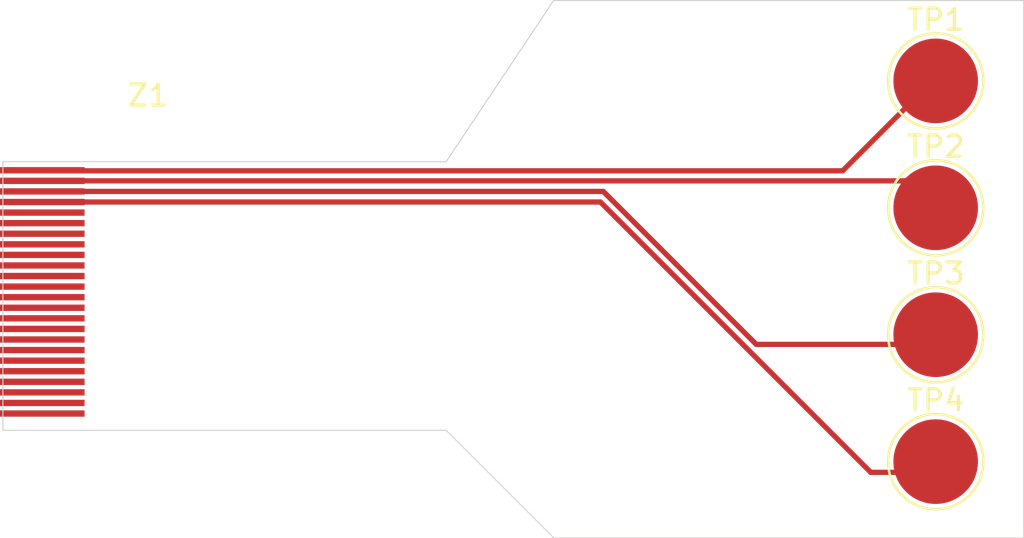
<source format=kicad_pcb>
(kicad_pcb (version 20171130) (host pcbnew "(5.1.12)-1")

  (general
    (thickness 1.6)
    (drawings 8)
    (tracks 11)
    (zones 0)
    (modules 5)
    (nets 25)
  )

  (page A4)
  (layers
    (0 F.Cu signal)
    (31 B.Cu signal)
    (32 B.Adhes user)
    (33 F.Adhes user)
    (34 B.Paste user)
    (35 F.Paste user)
    (36 B.SilkS user)
    (37 F.SilkS user)
    (38 B.Mask user)
    (39 F.Mask user)
    (40 Dwgs.User user)
    (41 Cmts.User user)
    (42 Eco1.User user)
    (43 Eco2.User user)
    (44 Edge.Cuts user)
    (45 Margin user)
    (46 B.CrtYd user)
    (47 F.CrtYd user)
    (48 B.Fab user)
    (49 F.Fab user)
  )

  (setup
    (last_trace_width 0.25)
    (trace_clearance 0.2)
    (zone_clearance 0.508)
    (zone_45_only no)
    (trace_min 0.2)
    (via_size 0.8)
    (via_drill 0.4)
    (via_min_size 0.4)
    (via_min_drill 0.3)
    (uvia_size 0.3)
    (uvia_drill 0.1)
    (uvias_allowed no)
    (uvia_min_size 0.2)
    (uvia_min_drill 0.1)
    (edge_width 0.05)
    (segment_width 0.2)
    (pcb_text_width 0.3)
    (pcb_text_size 1.5 1.5)
    (mod_edge_width 0.12)
    (mod_text_size 1 1)
    (mod_text_width 0.15)
    (pad_size 4 4)
    (pad_drill 0)
    (pad_to_mask_clearance 0)
    (aux_axis_origin 0 0)
    (visible_elements 7FFFFFFF)
    (pcbplotparams
      (layerselection 0x010fc_ffffffff)
      (usegerberextensions false)
      (usegerberattributes true)
      (usegerberadvancedattributes true)
      (creategerberjobfile true)
      (excludeedgelayer true)
      (linewidth 0.100000)
      (plotframeref false)
      (viasonmask false)
      (mode 1)
      (useauxorigin false)
      (hpglpennumber 1)
      (hpglpenspeed 20)
      (hpglpendiameter 15.000000)
      (psnegative false)
      (psa4output false)
      (plotreference true)
      (plotvalue true)
      (plotinvisibletext false)
      (padsonsilk false)
      (subtractmaskfromsilk false)
      (outputformat 1)
      (mirror false)
      (drillshape 0)
      (scaleselection 1)
      (outputdirectory "gerber/"))
  )

  (net 0 "")
  (net 1 "Net-(Z1-Pad24)")
  (net 2 "Net-(Z1-Pad23)")
  (net 3 "Net-(Z1-Pad22)")
  (net 4 "Net-(Z1-Pad21)")
  (net 5 "Net-(Z1-Pad20)")
  (net 6 "Net-(Z1-Pad19)")
  (net 7 "Net-(Z1-Pad18)")
  (net 8 "Net-(Z1-Pad17)")
  (net 9 "Net-(Z1-Pad16)")
  (net 10 "Net-(Z1-Pad15)")
  (net 11 "Net-(Z1-Pad14)")
  (net 12 "Net-(Z1-Pad13)")
  (net 13 "Net-(Z1-Pad12)")
  (net 14 "Net-(Z1-Pad11)")
  (net 15 "Net-(Z1-Pad10)")
  (net 16 "Net-(Z1-Pad9)")
  (net 17 "Net-(Z1-Pad8)")
  (net 18 "Net-(Z1-Pad7)")
  (net 19 "Net-(Z1-Pad6)")
  (net 20 "Net-(Z1-Pad5)")
  (net 21 "Net-(TP1-Pad1)")
  (net 22 "Net-(TP2-Pad1)")
  (net 23 "Net-(TP3-Pad1)")
  (net 24 "Net-(TP4-Pad1)")

  (net_class Default "This is the default net class."
    (clearance 0.2)
    (trace_width 0.25)
    (via_dia 0.8)
    (via_drill 0.4)
    (uvia_dia 0.3)
    (uvia_drill 0.1)
    (add_net "Net-(TP1-Pad1)")
    (add_net "Net-(TP2-Pad1)")
    (add_net "Net-(TP3-Pad1)")
    (add_net "Net-(TP4-Pad1)")
    (add_net "Net-(Z1-Pad10)")
    (add_net "Net-(Z1-Pad11)")
    (add_net "Net-(Z1-Pad12)")
    (add_net "Net-(Z1-Pad13)")
    (add_net "Net-(Z1-Pad14)")
    (add_net "Net-(Z1-Pad15)")
    (add_net "Net-(Z1-Pad16)")
    (add_net "Net-(Z1-Pad17)")
    (add_net "Net-(Z1-Pad18)")
    (add_net "Net-(Z1-Pad19)")
    (add_net "Net-(Z1-Pad20)")
    (add_net "Net-(Z1-Pad21)")
    (add_net "Net-(Z1-Pad22)")
    (add_net "Net-(Z1-Pad23)")
    (add_net "Net-(Z1-Pad24)")
    (add_net "Net-(Z1-Pad5)")
    (add_net "Net-(Z1-Pad6)")
    (add_net "Net-(Z1-Pad7)")
    (add_net "Net-(Z1-Pad8)")
    (add_net "Net-(Z1-Pad9)")
  )

  (module flex:24Pin_ZIF_Flex (layer F.Cu) (tedit 6283F732) (tstamp 62843B0C)
    (at 95.76308 83.22564)
    (path /6283D5BC)
    (solder_mask_margin 0.01)
    (solder_paste_margin -0.01)
    (clearance 0.01)
    (zone_connect 2)
    (attr smd)
    (fp_text reference Z1 (at 0 -2.54) (layer F.SilkS)
      (effects (font (size 1 1) (thickness 0.15)))
    )
    (fp_text value 24pinZIF_Male (at 0 -0.5) (layer F.Fab)
      (effects (font (size 1 1) (thickness 0.15)))
    )
    (pad 24 connect rect (at -5 12.5) (size 4 0.3) (layers F.Cu F.Mask)
      (net 1 "Net-(Z1-Pad24)") (zone_connect 2))
    (pad 23 connect rect (at -5 12) (size 4 0.3) (layers F.Cu F.Mask)
      (net 2 "Net-(Z1-Pad23)") (zone_connect 2))
    (pad 22 connect rect (at -5 11.5) (size 4 0.3) (layers F.Cu F.Mask)
      (net 3 "Net-(Z1-Pad22)") (zone_connect 2))
    (pad 21 connect rect (at -5 11) (size 4 0.3) (layers F.Cu F.Mask)
      (net 4 "Net-(Z1-Pad21)") (zone_connect 2))
    (pad 20 connect rect (at -5 10.5) (size 4 0.3) (layers F.Cu F.Mask)
      (net 5 "Net-(Z1-Pad20)") (zone_connect 2))
    (pad 19 connect rect (at -5 10) (size 4 0.3) (layers F.Cu F.Mask)
      (net 6 "Net-(Z1-Pad19)") (zone_connect 2))
    (pad 18 connect rect (at -5 9.5) (size 4 0.3) (layers F.Cu F.Mask)
      (net 7 "Net-(Z1-Pad18)") (zone_connect 2))
    (pad 17 connect rect (at -5 9) (size 4 0.3) (layers F.Cu F.Mask)
      (net 8 "Net-(Z1-Pad17)") (zone_connect 2))
    (pad 16 connect rect (at -5 8.5) (size 4 0.3) (layers F.Cu F.Mask)
      (net 9 "Net-(Z1-Pad16)") (zone_connect 2))
    (pad 15 connect rect (at -5 8) (size 4 0.3) (layers F.Cu F.Mask)
      (net 10 "Net-(Z1-Pad15)") (zone_connect 2))
    (pad 14 connect rect (at -5 7.5) (size 4 0.3) (layers F.Cu F.Mask)
      (net 11 "Net-(Z1-Pad14)") (zone_connect 2))
    (pad 13 connect rect (at -5 7) (size 4 0.3) (layers F.Cu F.Mask)
      (net 12 "Net-(Z1-Pad13)") (zone_connect 2))
    (pad 12 connect rect (at -5 6.5) (size 4 0.3) (layers F.Cu F.Mask)
      (net 13 "Net-(Z1-Pad12)") (zone_connect 2))
    (pad 11 connect rect (at -5 6) (size 4 0.3) (layers F.Cu F.Mask)
      (net 14 "Net-(Z1-Pad11)") (zone_connect 2))
    (pad 10 connect rect (at -5 5.5) (size 4 0.3) (layers F.Cu F.Mask)
      (net 15 "Net-(Z1-Pad10)") (zone_connect 2))
    (pad 9 connect rect (at -5 5) (size 4 0.3) (layers F.Cu F.Mask)
      (net 16 "Net-(Z1-Pad9)") (zone_connect 2))
    (pad 8 connect rect (at -5 4.5) (size 4 0.3) (layers F.Cu F.Mask)
      (net 17 "Net-(Z1-Pad8)") (zone_connect 2))
    (pad 7 connect rect (at -5 4) (size 4 0.3) (layers F.Cu F.Mask)
      (net 18 "Net-(Z1-Pad7)") (zone_connect 2))
    (pad 6 connect rect (at -5 3.5) (size 4 0.3) (layers F.Cu F.Mask)
      (net 19 "Net-(Z1-Pad6)") (zone_connect 2))
    (pad 5 connect rect (at -5 3) (size 4 0.3) (layers F.Cu F.Mask)
      (net 20 "Net-(Z1-Pad5)") (zone_connect 2))
    (pad 4 connect rect (at -5 2.5) (size 4 0.3) (layers F.Cu F.Mask)
      (net 24 "Net-(TP4-Pad1)") (zone_connect 2))
    (pad 3 connect rect (at -5 2) (size 4 0.3) (layers F.Cu F.Mask)
      (net 23 "Net-(TP3-Pad1)") (zone_connect 2))
    (pad 2 connect rect (at -5 1.5) (size 4 0.3) (layers F.Cu F.Mask)
      (net 22 "Net-(TP2-Pad1)") (zone_connect 2))
    (pad 1 connect rect (at -5 1) (size 4 0.3) (layers F.Cu F.Mask)
      (net 21 "Net-(TP1-Pad1)") (zone_connect 2))
  )

  (module TestPoint:TestPoint_Pad_D4.0mm (layer F.Cu) (tedit 5A0F774F) (tstamp 62842A97)
    (at 133 98)
    (descr "SMD pad as test Point, diameter 4.0mm")
    (tags "test point SMD pad")
    (path /6284052C)
    (attr virtual)
    (fp_text reference TP4 (at 0 -2.898) (layer F.SilkS)
      (effects (font (size 1 1) (thickness 0.15)))
    )
    (fp_text value TestPoint (at 0 3.1) (layer F.Fab) hide
      (effects (font (size 1 1) (thickness 0.15)))
    )
    (fp_circle (center 0 0) (end 2.5 0) (layer F.CrtYd) (width 0.05))
    (fp_circle (center 0 0) (end 0 2.25) (layer F.SilkS) (width 0.12))
    (fp_text user %R (at 0 -2.9) (layer F.Fab)
      (effects (font (size 1 1) (thickness 0.15)))
    )
    (pad 1 smd circle (at 0 0) (size 4 4) (layers F.Cu F.Mask)
      (net 24 "Net-(TP4-Pad1)"))
  )

  (module TestPoint:TestPoint_Pad_D4.0mm (layer F.Cu) (tedit 5A0F774F) (tstamp 62842A8F)
    (at 133 92)
    (descr "SMD pad as test Point, diameter 4.0mm")
    (tags "test point SMD pad")
    (path /6283FE10)
    (attr virtual)
    (fp_text reference TP3 (at 0 -2.898) (layer F.SilkS)
      (effects (font (size 1 1) (thickness 0.15)))
    )
    (fp_text value TestPoint (at 0 3.1) (layer F.Fab) hide
      (effects (font (size 1 1) (thickness 0.15)))
    )
    (fp_circle (center 0 0) (end 2.5 0) (layer F.CrtYd) (width 0.05))
    (fp_circle (center 0 0) (end 0 2.25) (layer F.SilkS) (width 0.12))
    (fp_text user %R (at 0 -2.9) (layer F.Fab)
      (effects (font (size 1 1) (thickness 0.15)))
    )
    (pad 1 smd circle (at 0 0) (size 4 4) (layers F.Cu F.Mask)
      (net 23 "Net-(TP3-Pad1)"))
  )

  (module TestPoint:TestPoint_Pad_D4.0mm (layer F.Cu) (tedit 5A0F774F) (tstamp 62842A87)
    (at 133 86)
    (descr "SMD pad as test Point, diameter 4.0mm")
    (tags "test point SMD pad")
    (path /6283F8B3)
    (attr virtual)
    (fp_text reference TP2 (at 0 -2.898) (layer F.SilkS)
      (effects (font (size 1 1) (thickness 0.15)))
    )
    (fp_text value TestPoint (at 0 3.1) (layer F.Fab) hide
      (effects (font (size 1 1) (thickness 0.15)))
    )
    (fp_circle (center 0 0) (end 2.5 0) (layer F.CrtYd) (width 0.05))
    (fp_circle (center 0 0) (end 0 2.25) (layer F.SilkS) (width 0.12))
    (fp_text user %R (at 0 -2.9) (layer F.Fab)
      (effects (font (size 1 1) (thickness 0.15)))
    )
    (pad 1 smd circle (at 0 0) (size 4 4) (layers F.Cu F.Mask)
      (net 22 "Net-(TP2-Pad1)"))
  )

  (module TestPoint:TestPoint_Pad_D4.0mm (layer F.Cu) (tedit 5A0F774F) (tstamp 62842A7F)
    (at 133 80)
    (descr "SMD pad as test Point, diameter 4.0mm")
    (tags "test point SMD pad")
    (path /6283EB1E)
    (attr virtual)
    (fp_text reference TP1 (at 0 -2.898) (layer F.SilkS)
      (effects (font (size 1 1) (thickness 0.15)))
    )
    (fp_text value TestPoint (at -0.1524 3.2004) (layer F.Fab) hide
      (effects (font (size 1 1) (thickness 0.15)))
    )
    (fp_circle (center 0 0) (end 2.5 0) (layer F.CrtYd) (width 0.05))
    (fp_circle (center 0 0) (end 0 2.25) (layer F.SilkS) (width 0.12))
    (fp_text user %R (at 0 -2.9) (layer F.Fab)
      (effects (font (size 1 1) (thickness 0.15)))
    )
    (pad 1 smd circle (at 0 0) (size 4 4) (layers F.Cu F.Mask)
      (net 21 "Net-(TP1-Pad1)"))
  )

  (gr_line (start 88.9 96.52) (end 109.855 96.52) (layer Edge.Cuts) (width 0.05))
  (gr_line (start 109.855 96.52) (end 114.935 101.6) (layer Edge.Cuts) (width 0.05) (tstamp 62843B42))
  (gr_line (start 88.9 83.82) (end 88.9 96.52) (layer Edge.Cuts) (width 0.05))
  (gr_line (start 137.16 101.6) (end 114.935 101.6) (layer Edge.Cuts) (width 0.05))
  (gr_line (start 109.855 83.82) (end 88.9 83.82) (layer Edge.Cuts) (width 0.05))
  (gr_line (start 114.935 76.2) (end 109.855 83.82) (layer Edge.Cuts) (width 0.05))
  (gr_line (start 137.16 76.2) (end 114.935 76.2) (layer Edge.Cuts) (width 0.05))
  (gr_line (start 137.16 76.2) (end 137.16 101.6) (layer Edge.Cuts) (width 0.05))

  (segment (start 133.096 79.756) (end 128.601361 84.250639) (width 0.25) (layer F.Cu) (net 21))
  (segment (start 90.788079 84.250639) (end 90.76308 84.22564) (width 0.25) (layer F.Cu) (net 21))
  (segment (start 128.601361 84.250639) (end 90.788079 84.250639) (width 0.25) (layer F.Cu) (net 21))
  (segment (start 132.01564 84.72564) (end 90.76308 84.72564) (width 0.25) (layer F.Cu) (net 22))
  (segment (start 133.096 85.806) (end 132.01564 84.72564) (width 0.25) (layer F.Cu) (net 22))
  (segment (start 133.05 92.456) (end 124.51659 92.456) (width 0.25) (layer F.Cu) (net 23))
  (segment (start 117.28623 85.22564) (end 90.76308 85.22564) (width 0.25) (layer F.Cu) (net 23))
  (segment (start 124.51659 92.456) (end 117.28623 85.22564) (width 0.25) (layer F.Cu) (net 23))
  (segment (start 133.05 98.506) (end 129.93018 98.506) (width 0.25) (layer F.Cu) (net 24))
  (segment (start 117.14982 85.72564) (end 90.76308 85.72564) (width 0.25) (layer F.Cu) (net 24))
  (segment (start 129.93018 98.506) (end 117.14982 85.72564) (width 0.25) (layer F.Cu) (net 24))

)

</source>
